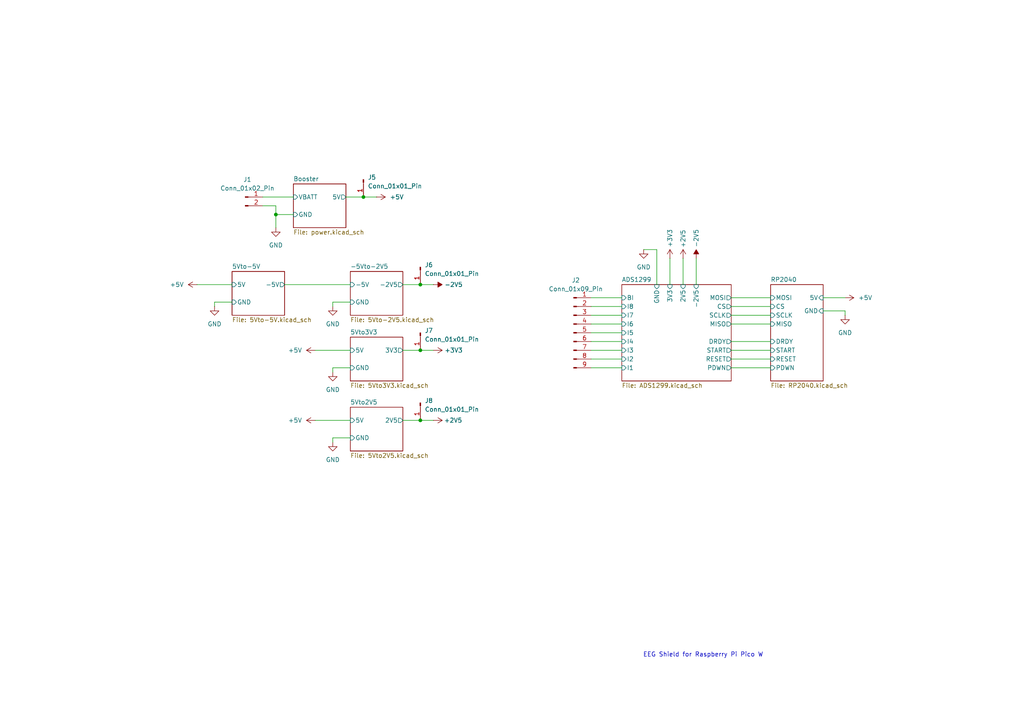
<source format=kicad_sch>
(kicad_sch (version 20231120) (generator "eeschema") (generator_version "8.0")
  (paper "A4")
  (lib_symbols
    (symbol "Connector:Conn_01x01_Pin" (pin_names (offset 1.016) hide)
      (property "Reference" "J" (at 0 2.54 0))
      (property "Value" "Conn_01x01_Pin" (at 0 -2.54 0))
      (symbol "Conn_01x01_Pin_1_1"
        (polyline (pts (xy 1.27 0) (xy 0.8636 0)) (stroke (width 0.1524)))
        (rectangle (start 0.8636 0.127) (end 0 -0.127) (stroke (width 0.1524)) (fill (type outline)))
        (pin passive line (at 5.08 0 180) (length 3.81) (name "Pin_1") (number "1"))
      )
    )
    (symbol "Connector:Conn_01x02_Pin" (pin_names (offset 1.016) hide)
      (property "Reference" "J" (at 0 2.54 0))
      (property "Value" "Conn_01x02_Pin" (at 0 -5.08 0))
      (symbol "Conn_01x02_Pin_1_1"
        (polyline (pts (xy 1.27 -2.54) (xy 0.8636 -2.54)) (stroke (width 0.1524)))
        (polyline (pts (xy 1.27 0) (xy 0.8636 0)) (stroke (width 0.1524)))
        (rectangle (start 0.8636 -2.413) (end 0 -2.667) (stroke (width 0.1524)) (fill (type outline)))
        (rectangle (start 0.8636 0.127) (end 0 -0.127) (stroke (width 0.1524)) (fill (type outline)))
        (pin passive line (at 5.08 0 180) (length 3.81) (name "Pin_1") (number "1"))
        (pin passive line (at 5.08 -2.54 180) (length 3.81) (name "Pin_2") (number "2"))
      )
    )
    (symbol "Connector:Conn_01x09_Pin" (pin_names (offset 1.016) hide)
      (property "Reference" "J" (at 0 12.7 0))
      (property "Value" "Conn_01x09_Pin" (at 0 -12.7 0))
      (symbol "Conn_01x09_Pin_1_1"
        (polyline (pts (xy 1.27 -10.16) (xy 0.8636 -10.16)) (stroke (width 0.1524)))
        (polyline (pts (xy 1.27 -7.62) (xy 0.8636 -7.62)) (stroke (width 0.1524)))
        (polyline (pts (xy 1.27 -5.08) (xy 0.8636 -5.08)) (stroke (width 0.1524)))
        (polyline (pts (xy 1.27 -2.54) (xy 0.8636 -2.54)) (stroke (width 0.1524)))
        (polyline (pts (xy 1.27 0) (xy 0.8636 0)) (stroke (width 0.1524)))
        (polyline (pts (xy 1.27 2.54) (xy 0.8636 2.54)) (stroke (width 0.1524)))
        (polyline (pts (xy 1.27 5.08) (xy 0.8636 5.08)) (stroke (width 0.1524)))
        (polyline (pts (xy 1.27 7.62) (xy 0.8636 7.62)) (stroke (width 0.1524)))
        (polyline (pts (xy 1.27 10.16) (xy 0.8636 10.16)) (stroke (width 0.1524)))
        (rectangle (start 0.8636 -10.033) (end 0 -10.287) (stroke (width 0.1524)) (fill (type outline)))
        (rectangle (start 0.8636 -7.493) (end 0 -7.747) (stroke (width 0.1524)) (fill (type outline)))
        (rectangle (start 0.8636 -4.953) (end 0 -5.207) (stroke (width 0.1524)) (fill (type outline)))
        (rectangle (start 0.8636 -2.413) (end 0 -2.667) (stroke (width 0.1524)) (fill (type outline)))
        (rectangle (start 0.8636 0.127) (end 0 -0.127) (stroke (width 0.1524)) (fill (type outline)))
        (rectangle (start 0.8636 2.667) (end 0 2.413) (stroke (width 0.1524)) (fill (type outline)))
        (rectangle (start 0.8636 5.207) (end 0 4.953) (stroke (width 0.1524)) (fill (type outline)))
        (rectangle (start 0.8636 7.747) (end 0 7.493) (stroke (width 0.1524)) (fill (type outline)))
        (rectangle (start 0.8636 10.287) (end 0 10.033) (stroke (width 0.1524)) (fill (type outline)))
        (pin passive line (at 5.08 10.16 180) (length 3.81) (name "Pin_1") (number "1"))
        (pin passive line (at 5.08 7.62 180) (length 3.81) (name "Pin_2") (number "2"))
        (pin passive line (at 5.08 5.08 180) (length 3.81) (name "Pin_3") (number "3"))
        (pin passive line (at 5.08 2.54 180) (length 3.81) (name "Pin_4") (number "4"))
        (pin passive line (at 5.08 0 180) (length 3.81) (name "Pin_5") (number "5"))
        (pin passive line (at 5.08 -2.54 180) (length 3.81) (name "Pin_6") (number "6"))
        (pin passive line (at 5.08 -5.08 180) (length 3.81) (name "Pin_7") (number "7"))
        (pin passive line (at 5.08 -7.62 180) (length 3.81) (name "Pin_8") (number "8"))
        (pin passive line (at 5.08 -10.16 180) (length 3.81) (name "Pin_9") (number "9"))
      )
    )
    (symbol "power:+2V5" (power) (pin_numbers hide) (pin_names (offset 0) hide)
      (property "Value" "+2V5" (at 0 3.556 0))
      (symbol "+2V5_0_1"
        (polyline (pts (xy -0.762 1.27) (xy 0 2.54)))
        (polyline (pts (xy 0 0) (xy 0 2.54)))
        (polyline (pts (xy 0 2.54) (xy 0.762 1.27)))
      )
      (symbol "+2V5_1_1"
        (pin power_in line (at 0 0 90) (length 0) (name "~") (number "1"))
      )
    )
    (symbol "power:+3V3" (power) (pin_numbers hide) (pin_names (offset 0) hide)
      (property "Value" "+3V3" (at 0 3.556 0))
      (symbol "+3V3_0_1"
        (polyline (pts (xy -0.762 1.27) (xy 0 2.54)))
        (polyline (pts (xy 0 0) (xy 0 2.54)))
        (polyline (pts (xy 0 2.54) (xy 0.762 1.27)))
      )
      (symbol "+3V3_1_1"
        (pin power_in line (at 0 0 90) (length 0) (name "~") (number "1"))
      )
    )
    (symbol "power:+5V" (power) (pin_numbers hide) (pin_names (offset 0) hide)
      (property "Value" "+5V" (at 0 3.556 0))
      (symbol "+5V_0_1"
        (polyline (pts (xy -0.762 1.27) (xy 0 2.54)))
        (polyline (pts (xy 0 0) (xy 0 2.54)))
        (polyline (pts (xy 0 2.54) (xy 0.762 1.27)))
      )
      (symbol "+5V_1_1"
        (pin power_in line (at 0 0 90) (length 0) (name "~") (number "1"))
      )
    )
    (symbol "power:-2V5" (power) (pin_numbers hide) (pin_names (offset 0) hide)
      (property "Value" "-2V5" (at 0 3.556 0))
      (symbol "-2V5_0_0"
        (pin power_in line (at 0 0 90) (length 0) (name "~") (number "1"))
      )
      (symbol "-2V5_0_1"
        (polyline (pts (xy 0 0) (xy 0 1.27) (xy 0.762 1.27) (xy 0 2.54) (xy -0.762 1.27) (xy 0 1.27)) (fill (type outline)))
      )
    )
    (symbol "power:GND" (power) (pin_numbers hide) (pin_names (offset 0) hide)
      (property "Value" "GND" (at 0 -3.81 0))
      (symbol "GND_0_1"
        (polyline (pts (xy 0 0) (xy 0 -1.27) (xy 1.27 -1.27) (xy 0 -2.54) (xy -1.27 -1.27) (xy 0 -1.27)))
      )
      (symbol "GND_1_1"
        (pin power_in line (at 0 0 270) (length 0) (name "~") (number "1"))
      )
    )
  )
  (junction (at 121.92 82.55))
  (junction (at 121.92 121.92))
  (junction (at 105.41 57.15))
  (junction (at 80.01 62.23))
  (junction (at 121.92 101.6))
  (wire (pts (xy 62.23 87.63) (xy 67.31 87.63)))
  (wire (pts (xy 96.52 88.9) (xy 96.52 87.63)))
  (wire (pts (xy 238.76 90.17) (xy 245.11 90.17)))
  (wire (pts (xy 171.45 99.06) (xy 180.34 99.06)))
  (wire (pts (xy 96.52 128.27) (xy 96.52 127)))
  (wire (pts (xy 171.45 91.44) (xy 180.34 91.44)))
  (wire (pts (xy 171.45 93.98) (xy 180.34 93.98)))
  (wire (pts (xy 121.92 82.55) (xy 125.73 82.55)))
  (wire (pts (xy 190.5 72.39) (xy 190.5 82.55)))
  (wire (pts (xy 96.52 127) (xy 101.6 127)))
  (wire (pts (xy 62.23 88.9) (xy 62.23 87.63)))
  (wire (pts (xy 198.12 74.93) (xy 198.12 82.55)))
  (wire (pts (xy 116.84 101.6) (xy 121.92 101.6)))
  (wire (pts (xy 80.01 62.23) (xy 80.01 66.04)))
  (wire (pts (xy 116.84 82.55) (xy 121.92 82.55)))
  (wire (pts (xy 121.92 101.6) (xy 125.73 101.6)))
  (wire (pts (xy 212.09 86.36) (xy 223.52 86.36)))
  (wire (pts (xy 238.76 86.36) (xy 245.11 86.36)))
  (wire (pts (xy 82.55 82.55) (xy 101.6 82.55)))
  (wire (pts (xy 100.33 57.15) (xy 105.41 57.15)))
  (wire (pts (xy 91.44 121.92) (xy 101.6 121.92)))
  (wire (pts (xy 171.45 96.52) (xy 180.34 96.52)))
  (wire (pts (xy 80.01 62.23) (xy 85.09 62.23)))
  (wire (pts (xy 121.92 121.92) (xy 125.73 121.92)))
  (wire (pts (xy 212.09 99.06) (xy 223.52 99.06)))
  (wire (pts (xy 190.5 72.39) (xy 186.69 72.39)))
  (wire (pts (xy 116.84 121.92) (xy 121.92 121.92)))
  (wire (pts (xy 212.09 104.14) (xy 223.52 104.14)))
  (wire (pts (xy 212.09 88.9) (xy 223.52 88.9)))
  (wire (pts (xy 212.09 101.6) (xy 223.52 101.6)))
  (wire (pts (xy 212.09 91.44) (xy 223.52 91.44)))
  (wire (pts (xy 80.01 59.69) (xy 76.2 59.69)))
  (wire (pts (xy 171.45 106.68) (xy 180.34 106.68)))
  (wire (pts (xy 171.45 86.36) (xy 180.34 86.36)))
  (wire (pts (xy 171.45 88.9) (xy 180.34 88.9)))
  (wire (pts (xy 76.2 57.15) (xy 85.09 57.15)))
  (wire (pts (xy 96.52 106.68) (xy 101.6 106.68)))
  (wire (pts (xy 96.52 107.95) (xy 96.52 106.68)))
  (wire (pts (xy 212.09 93.98) (xy 223.52 93.98)))
  (wire (pts (xy 171.45 101.6) (xy 180.34 101.6)))
  (wire (pts (xy 57.15 82.55) (xy 67.31 82.55)))
  (wire (pts (xy 201.93 74.93) (xy 201.93 82.55)))
  (wire (pts (xy 91.44 101.6) (xy 101.6 101.6)))
  (wire (pts (xy 80.01 59.69) (xy 80.01 62.23)))
  (wire (pts (xy 105.41 57.15) (xy 109.22 57.15)))
  (wire (pts (xy 212.09 106.68) (xy 223.52 106.68)))
  (wire (pts (xy 245.11 91.44) (xy 245.11 90.17)))
  (wire (pts (xy 96.52 87.63) (xy 101.6 87.63)))
  (wire (pts (xy 171.45 104.14) (xy 180.34 104.14)))
  (wire (pts (xy 194.31 74.93) (xy 194.31 82.55)))
  (text "EEG Shield for Raspberry Pi Pico W" (at 203.962 189.992 0) (effects (font (size 1.27 1.27))))
  (symbol (lib_id "power:GND") (at 96.52 128.27 0) (unit 1)
    (property "Reference" "#PWR043" (effects (hide yes)))
    (property "Value" "GND" (at 96.52 133.35 0))
    (property "Description" "Power symbol creates a global label with name \"GND\" , ground" (effects (hide yes)))
  )
  (symbol (lib_id "power:+5V") (at 57.15 82.55 90) (unit 1)
    (property "Reference" "#PWR021" (effects (hide yes)))
    (property "Value" "+5V" (at 53.34 82.5499 90) (effects (justify left)))
    (property "Description" "Power symbol creates a global label with name \"+5V\"" (effects (hide yes)))
  )
  (symbol (lib_id "power:+5V") (at 109.22 57.15 270) (unit 1)
    (property "Reference" "#PWR015" (effects (hide yes)))
    (property "Value" "+5V" (at 113.03 57.1499 90) (effects (justify left)))
    (property "Description" "Power symbol creates a global label with name \"+5V\"" (effects (hide yes)))
  )
  (symbol (lib_id "power:+5V") (at 245.11 86.36 270) (unit 1)
    (property "Reference" "#PWR024" (effects (hide yes)))
    (property "Value" "+5V" (at 248.92 86.3599 90) (effects (justify left)))
    (property "Description" "Power symbol creates a global label with name \"+5V\"" (effects (hide yes)))
  )
  (symbol (lib_id "power:+5V") (at 91.44 101.6 90) (unit 1)
    (property "Reference" "#PWR037" (effects (hide yes)))
    (property "Value" "+5V" (at 87.63 101.5999 90) (effects (justify left)))
    (property "Description" "Power symbol creates a global label with name \"+5V\"" (effects (hide yes)))
  )
  (symbol (lib_id "power:GND") (at 80.01 66.04 0) (unit 1)
    (property "Reference" "#PWR012" (effects (hide yes)))
    (property "Value" "GND" (at 80.01 71.12 0))
    (property "Description" "Power symbol creates a global label with name \"GND\" , ground" (effects (hide yes)))
  )
  (symbol (lib_id "Connector:Conn_01x01_Pin") (at 121.92 96.52 270) (unit 1)
    (property "Reference" "J7" (at 123.19 95.8849 90) (effects (justify left)))
    (property "Value" "Conn_01x01_Pin" (at 123.19 98.4249 90) (effects (justify left)))
    (property "Footprint" "Connector_PinHeader_2.54mm:PinHeader_1x01_P2.54mm_Vertical" (effects (hide yes)))
    (property "Description" "Generic connector, single row, 01x01, script generated" (effects (hide yes)))
  )
  (symbol (lib_id "power:GND") (at 96.52 107.95 0) (unit 1)
    (property "Reference" "#PWR041" (effects (hide yes)))
    (property "Value" "GND" (at 96.52 113.03 0))
    (property "Description" "Power symbol creates a global label with name \"GND\" , ground" (effects (hide yes)))
  )
  (symbol (lib_id "power:+2V5") (at 125.73 121.92 270) (unit 1)
    (property "Reference" "#PWR044" (effects (hide yes)))
    (property "Value" "+2V5" (at 128.778 121.92 90) (effects (justify left)))
    (property "Description" "Power symbol creates a global label with name \"+2V5\"" (effects (hide yes)))
  )
  (symbol (lib_id "Connector:Conn_01x01_Pin") (at 121.92 77.47 270) (unit 1)
    (property "Reference" "J6" (at 123.19 76.8349 90) (effects (justify left)))
    (property "Value" "Conn_01x01_Pin" (at 123.19 79.3749 90) (effects (justify left)))
    (property "Footprint" "Connector_PinHeader_2.54mm:PinHeader_1x01_P2.54mm_Vertical" (effects (hide yes)))
    (property "Description" "Generic connector, single row, 01x01, script generated" (effects (hide yes)))
  )
  (symbol (lib_id "power:+3V3") (at 194.31 74.93 0) (unit 1)
    (property "Reference" "#PWR057" (effects (hide yes)))
    (property "Value" "+3V3" (at 194.31 69.088 90))
    (property "Description" "Power symbol creates a global label with name \"+3V3\"" (effects (hide yes)))
  )
  (symbol (lib_id "power:-2V5") (at 201.93 74.93 0) (unit 1)
    (property "Reference" "#PWR055" (effects (hide yes)))
    (property "Value" "-2V5" (at 201.93 69.088 90))
    (property "Description" "Power symbol creates a global label with name \"-2V5\"" (effects (hide yes)))
  )
  (symbol (lib_id "power:GND") (at 62.23 88.9 0) (unit 1)
    (property "Reference" "#PWR029" (effects (hide yes)))
    (property "Value" "GND" (at 62.23 93.98 0))
    (property "Description" "Power symbol creates a global label with name \"GND\" , ground" (effects (hide yes)))
  )
  (symbol (lib_id "power:GND") (at 96.52 88.9 0) (unit 1)
    (property "Reference" "#PWR035" (effects (hide yes)))
    (property "Value" "GND" (at 96.52 93.98 0))
    (property "Description" "Power symbol creates a global label with name \"GND\" , ground" (effects (hide yes)))
  )
  (symbol (lib_id "power:GND") (at 245.11 91.44 0) (unit 1)
    (property "Reference" "#PWR023" (effects (hide yes)))
    (property "Value" "GND" (at 245.11 96.52 0))
    (property "Description" "Power symbol creates a global label with name \"GND\" , ground" (effects (hide yes)))
  )
  (symbol (lib_id "Connector:Conn_01x01_Pin") (at 105.41 52.07 270) (unit 1)
    (property "Reference" "J5" (at 106.68 51.4349 90) (effects (justify left)))
    (property "Value" "Conn_01x01_Pin" (at 106.68 53.9749 90) (effects (justify left)))
    (property "Footprint" "Connector_PinHeader_2.54mm:PinHeader_1x01_P2.54mm_Vertical" (effects (hide yes)))
    (property "Description" "Generic connector, single row, 01x01, script generated" (effects (hide yes)))
  )
  (symbol (lib_id "power:+5V") (at 91.44 121.92 90) (unit 1)
    (property "Reference" "#PWR042" (effects (hide yes)))
    (property "Value" "+5V" (at 87.63 121.9199 90) (effects (justify left)))
    (property "Description" "Power symbol creates a global label with name \"+5V\"" (effects (hide yes)))
  )
  (symbol (lib_id "power:+3V3") (at 125.73 101.6 270) (unit 1)
    (property "Reference" "#PWR047" (effects (hide yes)))
    (property "Value" "+3V3" (at 131.572 101.6 90))
    (property "Description" "Power symbol creates a global label with name \"+3V3\"" (effects (hide yes)))
  )
  (symbol (lib_id "power:-2V5") (at 125.73 82.55 270) (unit 1)
    (property "Reference" "#PWR046" (effects (hide yes)))
    (property "Value" "-2V5" (at 131.572 82.55 90))
    (property "Description" "Power symbol creates a global label with name \"-2V5\"" (effects (hide yes)))
  )
  (symbol (lib_id "power:+2V5") (at 198.12 74.93 0) (unit 1)
    (property "Reference" "#PWR058" (effects (hide yes)))
    (property "Value" "+2V5" (at 198.12 71.882 90) (effects (justify left)))
    (property "Description" "Power symbol creates a global label with name \"+2V5\"" (effects (hide yes)))
  )
  (symbol (lib_id "Connector:Conn_01x01_Pin") (at 121.92 116.84 270) (unit 1)
    (property "Reference" "J8" (at 123.19 116.2049 90) (effects (justify left)))
    (property "Value" "Conn_01x01_Pin" (at 123.19 118.7449 90) (effects (justify left)))
    (property "Footprint" "Connector_PinHeader_2.54mm:PinHeader_1x01_P2.54mm_Vertical" (effects (hide yes)))
    (property "Description" "Generic connector, single row, 01x01, script generated" (effects (hide yes)))
  )
  (symbol (lib_id "Connector:Conn_01x02_Pin") (at 71.12 57.15 0) (unit 1)
    (property "Reference" "J1" (at 71.755 52.07 0))
    (property "Value" "Conn_01x02_Pin" (at 71.755 54.61 0))
    (property "Footprint" "Connector_JST:JST_PH_B2B-PH-K_1x02_P2.00mm_Vertical" (effects (hide yes)))
    (property "Description" "Generic connector, single row, 01x02, script generated" (effects (hide yes)))
  )
  (symbol (lib_id "power:GND") (at 186.69 72.39 0) (unit 1)
    (property "Reference" "#PWR059" (effects (hide yes)))
    (property "Value" "GND" (at 186.69 77.47 0))
    (property "Description" "Power symbol creates a global label with name \"GND\" , ground" (effects (hide yes)))
  )
  (symbol (lib_id "Connector:Conn_01x09_Pin") (at 166.37 96.52 0) (unit 1)
    (property "Reference" "J2" (at 167.005 81.28 0))
    (property "Value" "Conn_01x09_Pin" (at 167.005 83.82 0))
    (property "Footprint" "Connector_PinHeader_2.54mm:PinHeader_1x09_P2.54mm_Vertical" (effects (hide yes)))
    (property "Description" "Generic connector, single row, 01x09, script generated" (effects (hide yes)))
  )
  (sheet (at 223.52 82.55) (size 15.24 27.94) (stroke (width 0.1524))
    (property "Sheetname" "RP2040" (at 223.52 81.8384 0) (effects (justify left bottom)))
    (property "Sheetfile" "RP2040.kicad_sch" (at 223.52 111.0746 0) (effects (justify left top)))
    (pin "DRDY" input (at 223.52 99.06 180))
    (pin "RESET" input (at 223.52 104.14 180))
    (pin "START" input (at 223.52 101.6 180))
    (pin "PDWN" input (at 223.52 106.68 180))
    (pin "SCLK" input (at 223.52 91.44 180))
    (pin "MOSI" input (at 223.52 86.36 180))
    (pin "MISO" input (at 223.52 93.98 180))
    (pin "CS" input (at 223.52 88.9 180))
    (pin "5V" input (at 238.76 86.36 0))
    (pin "GND" input (at 238.76 90.17 0))
  )
  (sheet (at 101.6 118.11) (size 15.24 12.7) (stroke (width 0.1524))
    (property "Sheetname" "5Vto2V5" (at 101.6 117.3984 0) (effects (justify left bottom)))
    (property "Sheetfile" "5Vto2V5.kicad_sch" (at 101.6 131.3946 0) (effects (justify left top)))
    (pin "5V" input (at 101.6 121.92 180))
    (pin "GND" input (at 101.6 127 180))
    (pin "2V5" output (at 116.84 121.92 0))
  )
  (sheet (at 180.34 82.55) (size 31.75 27.94) (stroke (width 0.1524))
    (property "Sheetname" "ADS1299" (at 180.34 81.8384 0) (effects (justify left bottom)))
    (property "Sheetfile" "ADS1299.kicad_sch" (at 180.34 111.0746 0) (effects (justify left top)))
    (pin "RESET" output (at 212.09 104.14 0))
    (pin "SCLK" output (at 212.09 91.44 0))
    (pin "PDWN" output (at 212.09 106.68 0))
    (pin "START" output (at 212.09 101.6 0))
    (pin "MISO" output (at 212.09 93.98 0))
    (pin "DRDY" output (at 212.09 99.06 0))
    (pin "CS" output (at 212.09 88.9 0))
    (pin "GND" input (at 190.5 82.55 90))
    (pin "MOSI" output (at 212.09 86.36 0))
    (pin "-2V5" input (at 201.93 82.55 90))
    (pin "3V3" input (at 194.31 82.55 90))
    (pin "2V5" input (at 198.12 82.55 90))
    (pin "I8" input (at 180.34 88.9 180))
    (pin "I1" input (at 180.34 106.68 180))
    (pin "I2" input (at 180.34 104.14 180))
    (pin "I3" input (at 180.34 101.6 180))
    (pin "I4" input (at 180.34 99.06 180))
    (pin "I7" input (at 180.34 91.44 180))
    (pin "I6" input (at 180.34 93.98 180))
    (pin "I5" input (at 180.34 96.52 180))
    (pin "BI" input (at 180.34 86.36 180))
  )
  (sheet (at 101.6 78.74) (size 15.24 12.7) (stroke (width 0.1524))
    (property "Sheetname" "-5Vto-2V5" (at 101.6 78.0284 0) (effects (justify left bottom)))
    (property "Sheetfile" "5Vto-2V5.kicad_sch" (at 101.6 92.0246 0) (effects (justify left top)))
    (pin "GND" input (at 101.6 87.63 180))
    (pin "-2V5" output (at 116.84 82.55 0))
    (pin "-5V" input (at 101.6 82.55 180))
  )
  (sheet (at 85.09 53.34) (size 15.24 12.7) (stroke (width 0.1524))
    (property "Sheetname" "Booster" (at 85.09 52.6284 0) (effects (justify left bottom)))
    (property "Sheetfile" "power.kicad_sch" (at 85.09 66.6246 0) (effects (justify left top)))
    (pin "GND" input (at 85.09 62.23 180))
    (pin "VBATT" input (at 85.09 57.15 180))
    (pin "5V" output (at 100.33 57.15 0))
  )
  (sheet (at 67.31 78.74) (size 15.24 12.7) (stroke (width 0.1524))
    (property "Sheetname" "5Vto-5V" (at 67.31 78.0284 0) (effects (justify left bottom)))
    (property "Sheetfile" "5Vto-5V.kicad_sch" (at 67.31 92.0246 0) (effects (justify left top)))
    (pin "5V" input (at 67.31 82.55 180))
    (pin "GND" input (at 67.31 87.63 180))
    (pin "-5V" output (at 82.55 82.55 0))
  )
  (sheet (at 101.6 97.79) (size 15.24 12.7) (stroke (width 0.1524))
    (property "Sheetname" "5Vto3V3" (at 101.6 97.0784 0) (effects (justify left bottom)))
    (property "Sheetfile" "5Vto3V3.kicad_sch" (at 101.6 111.0746 0) (effects (justify left top)))
    (pin "3V3" output (at 116.84 101.6 0))
    (pin "5V" input (at 101.6 101.6 180))
    (pin "GND" input (at 101.6 106.68 180))
  )
)
</source>
